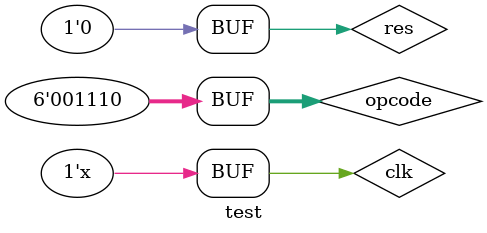
<source format=v>
`timescale 1ns / 1ps
module test();
reg[5:0] opcode;
reg clk;
reg res;
wire[2:0] ALUOp;
wire RegDest,RegWrite,ALUSrc,MemRead,MemWrite,MemToReg,Branch,Jump;
control uut(clk,res,opcode,ALUOp,RegDest,RegWrite,ALUSrc,MemRead,MemWrite,MemToReg,Branch,Jump);
initial begin
clk=1'b0;
res=1;
#7
res=0;
end
always #5 clk=~clk;
initial begin
opcode=6'b000000;
#15
opcode=6'b001000;
#15
opcode= 6'b001110;
end
endmodule

</source>
